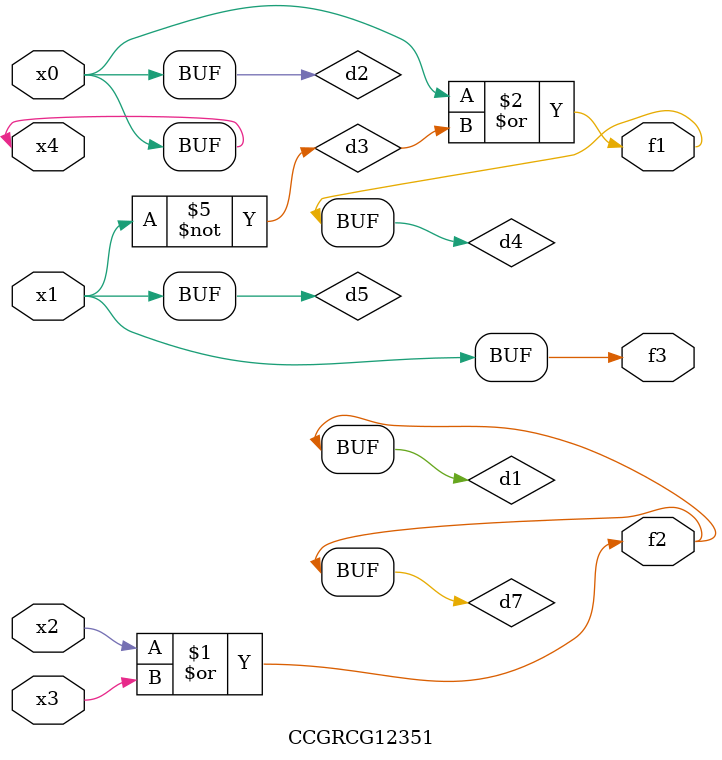
<source format=v>
module CCGRCG12351(
	input x0, x1, x2, x3, x4,
	output f1, f2, f3
);

	wire d1, d2, d3, d4, d5, d6, d7;

	or (d1, x2, x3);
	buf (d2, x0, x4);
	not (d3, x1);
	or (d4, d2, d3);
	not (d5, d3);
	nand (d6, d1, d3);
	or (d7, d1);
	assign f1 = d4;
	assign f2 = d7;
	assign f3 = d5;
endmodule

</source>
